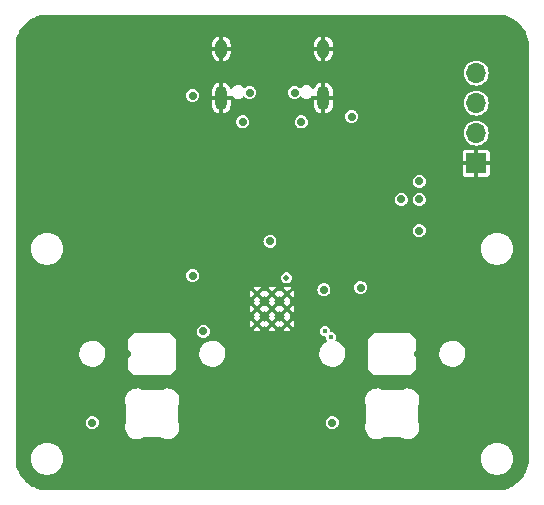
<source format=gbr>
%TF.GenerationSoftware,KiCad,Pcbnew,7.0.1*%
%TF.CreationDate,2023-05-11T20:00:56+01:00*%
%TF.ProjectId,MoonPad,4d6f6f6e-5061-4642-9e6b-696361645f70,rev?*%
%TF.SameCoordinates,Original*%
%TF.FileFunction,Copper,L3,Inr*%
%TF.FilePolarity,Positive*%
%FSLAX46Y46*%
G04 Gerber Fmt 4.6, Leading zero omitted, Abs format (unit mm)*
G04 Created by KiCad (PCBNEW 7.0.1) date 2023-05-11 20:00:56*
%MOMM*%
%LPD*%
G01*
G04 APERTURE LIST*
%TA.AperFunction,ComponentPad*%
%ADD10O,1.000000X2.100000*%
%TD*%
%TA.AperFunction,ComponentPad*%
%ADD11O,1.000000X1.600000*%
%TD*%
%TA.AperFunction,ComponentPad*%
%ADD12C,0.600000*%
%TD*%
%TA.AperFunction,ComponentPad*%
%ADD13R,1.700000X1.700000*%
%TD*%
%TA.AperFunction,ComponentPad*%
%ADD14O,1.700000X1.700000*%
%TD*%
%TA.AperFunction,ViaPad*%
%ADD15C,0.700000*%
%TD*%
%TA.AperFunction,ViaPad*%
%ADD16C,0.500000*%
%TD*%
%TA.AperFunction,ViaPad*%
%ADD17C,0.450000*%
%TD*%
G04 APERTURE END LIST*
D10*
%TO.N,GND*%
%TO.C,J3*%
X182120000Y-83775000D03*
D11*
X182120000Y-79595000D03*
D10*
X173480000Y-83775000D03*
D11*
X173480000Y-79595000D03*
%TD*%
D12*
%TO.N,GND*%
%TO.C,U3*%
X176525000Y-100325000D03*
X176525000Y-101600000D03*
X176525000Y-102875000D03*
X177800000Y-100325000D03*
X177800000Y-101600000D03*
X177800000Y-102875000D03*
X179075000Y-100325000D03*
X179075000Y-101600000D03*
X179075000Y-102875000D03*
%TD*%
D13*
%TO.N,GND*%
%TO.C,J1*%
X195072000Y-89271000D03*
D14*
%TO.N,+3V3*%
X195072000Y-86731000D03*
%TO.N,/OLED_SCL*%
X195072000Y-84191000D03*
%TO.N,/OLED_SDA*%
X195072000Y-81651000D03*
%TD*%
D15*
%TO.N,VBUS*%
X171069000Y-83566000D03*
X175310800Y-85775800D03*
X175895000Y-83312000D03*
X188722000Y-92329000D03*
X182880000Y-111252000D03*
X190246000Y-94995996D03*
X185293001Y-99822001D03*
X171069000Y-98806000D03*
X180263800Y-85775800D03*
X190246000Y-92328997D03*
X184531000Y-85344000D03*
X162560000Y-111252000D03*
X179705000Y-83312000D03*
X190246001Y-90804999D03*
%TO.N,GND*%
X181864000Y-95123000D03*
X184658001Y-91820999D03*
X190246002Y-93979996D03*
X172466000Y-101600000D03*
X183642000Y-107950000D03*
X165481000Y-105410000D03*
X183134000Y-101628000D03*
X176022000Y-88315000D03*
X179070000Y-88315000D03*
X165368000Y-85330000D03*
X190232000Y-83580000D03*
X171196000Y-105283000D03*
X165771102Y-90272001D03*
X162560000Y-110363000D03*
X182245000Y-106807000D03*
X184657999Y-90804999D03*
X180213000Y-110363000D03*
X185674001Y-90804999D03*
X165368000Y-100570000D03*
X176437289Y-106070887D03*
X176403000Y-91948000D03*
X185673999Y-91820999D03*
X165771102Y-93827998D03*
X180848000Y-95123000D03*
X177419000Y-91948000D03*
X174371000Y-91948000D03*
X189260000Y-97947000D03*
X171069000Y-84455000D03*
X172212000Y-96870700D03*
X185293002Y-102362000D03*
X170240000Y-108894135D03*
X188671200Y-103174800D03*
X172240000Y-99921000D03*
X183360000Y-99794000D03*
X170213100Y-97075125D03*
X190560000Y-108894135D03*
X184404000Y-107188000D03*
X179832000Y-95123000D03*
X184531000Y-84455000D03*
X182880000Y-112103903D03*
X175387000Y-91948000D03*
X190119000Y-105410000D03*
X171069000Y-107188000D03*
%TO.N,+1V1*%
X177600000Y-95885000D03*
D16*
X179003371Y-98977451D03*
D15*
%TO.N,ADC_X*%
X182176900Y-99998100D03*
X171958000Y-103505000D03*
D17*
%TO.N,/OLED_SCL*%
X182245000Y-103505000D03*
%TO.N,/OLED_SDA*%
X182753000Y-104002018D03*
%TD*%
%TA.AperFunction,Conductor*%
%TO.N,GND*%
G36*
X196852777Y-76700655D02*
G01*
X197143902Y-76717005D01*
X197154925Y-76718247D01*
X197439661Y-76766625D01*
X197450455Y-76769088D01*
X197727994Y-76849046D01*
X197738465Y-76852710D01*
X197861584Y-76903708D01*
X198005287Y-76963232D01*
X198015289Y-76968049D01*
X198268053Y-77107746D01*
X198277453Y-77113652D01*
X198512992Y-77280777D01*
X198521661Y-77287690D01*
X198737019Y-77480145D01*
X198744854Y-77487980D01*
X198937305Y-77703333D01*
X198944226Y-77712012D01*
X199111346Y-77947545D01*
X199117253Y-77956946D01*
X199256950Y-78209710D01*
X199261767Y-78219712D01*
X199372287Y-78486530D01*
X199375954Y-78497009D01*
X199455907Y-78774529D01*
X199458377Y-78785353D01*
X199506751Y-79070069D01*
X199507994Y-79081101D01*
X199524344Y-79372222D01*
X199524500Y-79377773D01*
X199524500Y-114297227D01*
X199524344Y-114302778D01*
X199507994Y-114593898D01*
X199506751Y-114604930D01*
X199458377Y-114889646D01*
X199455907Y-114900470D01*
X199375954Y-115177990D01*
X199372287Y-115188469D01*
X199261767Y-115455287D01*
X199256950Y-115465289D01*
X199117253Y-115718053D01*
X199111346Y-115727454D01*
X198944226Y-115962987D01*
X198937305Y-115971666D01*
X198744862Y-116187011D01*
X198737011Y-116194862D01*
X198521666Y-116387305D01*
X198512987Y-116394226D01*
X198277454Y-116561346D01*
X198268053Y-116567253D01*
X198015289Y-116706950D01*
X198005287Y-116711767D01*
X197738469Y-116822287D01*
X197727990Y-116825954D01*
X197450470Y-116905907D01*
X197439646Y-116908377D01*
X197154930Y-116956751D01*
X197143898Y-116957994D01*
X196852778Y-116974344D01*
X196847227Y-116974500D01*
X158752773Y-116974500D01*
X158747222Y-116974344D01*
X158456101Y-116957994D01*
X158445069Y-116956751D01*
X158160353Y-116908377D01*
X158149531Y-116905907D01*
X158079936Y-116885857D01*
X157872009Y-116825954D01*
X157861530Y-116822287D01*
X157594712Y-116711767D01*
X157584710Y-116706950D01*
X157331946Y-116567253D01*
X157322545Y-116561346D01*
X157087012Y-116394226D01*
X157078333Y-116387305D01*
X156862980Y-116194854D01*
X156855145Y-116187019D01*
X156662690Y-115971661D01*
X156655777Y-115962992D01*
X156488652Y-115727453D01*
X156482746Y-115718053D01*
X156343049Y-115465289D01*
X156338232Y-115455287D01*
X156227712Y-115188469D01*
X156224045Y-115177990D01*
X156222146Y-115171397D01*
X156144088Y-114900455D01*
X156141625Y-114889661D01*
X156093247Y-114604925D01*
X156092005Y-114593898D01*
X156085640Y-114480566D01*
X156075655Y-114302777D01*
X156075577Y-114300000D01*
X157394340Y-114300000D01*
X157414936Y-114535405D01*
X157476098Y-114763667D01*
X157575963Y-114977826D01*
X157575964Y-114977827D01*
X157575965Y-114977829D01*
X157711505Y-115171401D01*
X157878599Y-115338495D01*
X158072171Y-115474035D01*
X158072172Y-115474035D01*
X158072173Y-115474036D01*
X158286332Y-115573901D01*
X158286333Y-115573901D01*
X158286337Y-115573903D01*
X158514592Y-115635063D01*
X158585168Y-115641237D01*
X158691031Y-115650500D01*
X158691034Y-115650500D01*
X158808966Y-115650500D01*
X158808969Y-115650500D01*
X158897186Y-115642781D01*
X158985408Y-115635063D01*
X159213663Y-115573903D01*
X159427829Y-115474035D01*
X159621401Y-115338495D01*
X159788495Y-115171401D01*
X159924035Y-114977830D01*
X160023903Y-114763663D01*
X160085063Y-114535408D01*
X160105659Y-114300000D01*
X195494340Y-114300000D01*
X195514936Y-114535405D01*
X195576098Y-114763667D01*
X195675963Y-114977826D01*
X195675964Y-114977827D01*
X195675965Y-114977829D01*
X195811505Y-115171401D01*
X195978599Y-115338495D01*
X196172171Y-115474035D01*
X196172172Y-115474035D01*
X196172173Y-115474036D01*
X196386332Y-115573901D01*
X196386333Y-115573901D01*
X196386337Y-115573903D01*
X196614592Y-115635063D01*
X196685168Y-115641237D01*
X196791031Y-115650500D01*
X196791034Y-115650500D01*
X196908966Y-115650500D01*
X196908969Y-115650500D01*
X196997186Y-115642781D01*
X197085408Y-115635063D01*
X197313663Y-115573903D01*
X197527829Y-115474035D01*
X197721401Y-115338495D01*
X197888495Y-115171401D01*
X198024035Y-114977830D01*
X198123903Y-114763663D01*
X198185063Y-114535408D01*
X198205659Y-114300000D01*
X198185063Y-114064592D01*
X198123903Y-113836337D01*
X198024035Y-113622171D01*
X197888495Y-113428599D01*
X197721401Y-113261505D01*
X197527829Y-113125965D01*
X197527828Y-113125964D01*
X197527826Y-113125963D01*
X197313667Y-113026098D01*
X197085405Y-112964936D01*
X196908969Y-112949500D01*
X196908966Y-112949500D01*
X196791034Y-112949500D01*
X196791031Y-112949500D01*
X196614594Y-112964936D01*
X196386332Y-113026098D01*
X196172173Y-113125963D01*
X195978602Y-113261502D01*
X195811502Y-113428602D01*
X195675963Y-113622172D01*
X195576098Y-113836332D01*
X195514936Y-114064594D01*
X195494340Y-114300000D01*
X160105659Y-114300000D01*
X160085063Y-114064592D01*
X160023903Y-113836337D01*
X159924035Y-113622171D01*
X159788495Y-113428599D01*
X159621401Y-113261505D01*
X159427829Y-113125965D01*
X159427828Y-113125964D01*
X159427826Y-113125963D01*
X159213667Y-113026098D01*
X158985405Y-112964936D01*
X158808969Y-112949500D01*
X158808966Y-112949500D01*
X158691034Y-112949500D01*
X158691031Y-112949500D01*
X158514594Y-112964936D01*
X158286332Y-113026098D01*
X158072173Y-113125963D01*
X157878602Y-113261502D01*
X157711502Y-113428602D01*
X157575963Y-113622172D01*
X157476098Y-113836332D01*
X157414936Y-114064594D01*
X157394340Y-114300000D01*
X156075577Y-114300000D01*
X156075500Y-114297227D01*
X156075500Y-111251999D01*
X162004750Y-111251999D01*
X162023669Y-111395709D01*
X162046598Y-111451064D01*
X162079139Y-111529625D01*
X162101922Y-111559316D01*
X162167378Y-111644621D01*
X162217306Y-111682932D01*
X162282375Y-111732861D01*
X162377067Y-111772083D01*
X162416290Y-111788330D01*
X162433008Y-111790531D01*
X162560000Y-111807250D01*
X162703709Y-111788330D01*
X162837625Y-111732861D01*
X162952621Y-111644621D01*
X162961534Y-111633006D01*
X165336463Y-111633006D01*
X165354219Y-111814742D01*
X165404579Y-111990263D01*
X165485883Y-112153771D01*
X165595438Y-112299856D01*
X165729626Y-112423693D01*
X165729628Y-112423694D01*
X165729630Y-112423696D01*
X165884023Y-112521198D01*
X166053515Y-112589142D01*
X166232506Y-112625281D01*
X166354223Y-112627374D01*
X166415081Y-112628422D01*
X166415081Y-112628421D01*
X166415082Y-112628422D01*
X166595210Y-112598460D01*
X166766938Y-112536386D01*
X166774771Y-112531820D01*
X166777289Y-112530354D01*
X166777921Y-112530089D01*
X166822535Y-112504023D01*
X166872486Y-112490502D01*
X166911392Y-112490506D01*
X166911395Y-112490504D01*
X166924449Y-112490506D01*
X166924511Y-112490499D01*
X168355329Y-112490499D01*
X168355381Y-112490505D01*
X168368604Y-112490503D01*
X168368608Y-112490505D01*
X168407512Y-112490501D01*
X168457459Y-112504019D01*
X168491130Y-112523691D01*
X168491132Y-112523691D01*
X168501944Y-112530008D01*
X168502842Y-112530384D01*
X168513079Y-112536350D01*
X168684799Y-112598420D01*
X168864921Y-112628381D01*
X169047489Y-112625240D01*
X169226473Y-112589103D01*
X169395958Y-112521162D01*
X169550345Y-112423664D01*
X169684531Y-112299828D01*
X169794083Y-112153748D01*
X169875382Y-111990250D01*
X169925741Y-111814736D01*
X169943496Y-111633006D01*
X169928060Y-111451064D01*
X169879944Y-111274922D01*
X169874733Y-111264065D01*
X169874493Y-111263330D01*
X169869037Y-111251999D01*
X182324750Y-111251999D01*
X182343669Y-111395709D01*
X182366598Y-111451064D01*
X182399139Y-111529625D01*
X182421922Y-111559316D01*
X182487378Y-111644621D01*
X182537306Y-111682932D01*
X182602375Y-111732861D01*
X182697067Y-111772083D01*
X182736290Y-111788330D01*
X182753008Y-111790531D01*
X182880000Y-111807250D01*
X183023709Y-111788330D01*
X183157625Y-111732861D01*
X183272621Y-111644621D01*
X183281534Y-111633006D01*
X185656463Y-111633006D01*
X185674219Y-111814742D01*
X185724579Y-111990263D01*
X185805883Y-112153771D01*
X185915438Y-112299856D01*
X186049626Y-112423693D01*
X186049628Y-112423694D01*
X186049630Y-112423696D01*
X186204023Y-112521198D01*
X186373515Y-112589142D01*
X186552506Y-112625281D01*
X186674223Y-112627374D01*
X186735081Y-112628422D01*
X186735081Y-112628421D01*
X186735082Y-112628422D01*
X186915210Y-112598460D01*
X187086938Y-112536386D01*
X187094771Y-112531820D01*
X187097289Y-112530354D01*
X187097921Y-112530089D01*
X187142535Y-112504023D01*
X187192486Y-112490502D01*
X187231392Y-112490506D01*
X187231395Y-112490504D01*
X187244449Y-112490506D01*
X187244511Y-112490499D01*
X188675329Y-112490499D01*
X188675381Y-112490505D01*
X188688604Y-112490503D01*
X188688608Y-112490505D01*
X188727512Y-112490501D01*
X188777459Y-112504019D01*
X188811130Y-112523691D01*
X188811132Y-112523691D01*
X188821944Y-112530008D01*
X188822842Y-112530384D01*
X188833079Y-112536350D01*
X189004799Y-112598420D01*
X189184921Y-112628381D01*
X189367489Y-112625240D01*
X189546473Y-112589103D01*
X189715958Y-112521162D01*
X189870345Y-112423664D01*
X190004531Y-112299828D01*
X190114083Y-112153748D01*
X190195382Y-111990250D01*
X190245741Y-111814736D01*
X190263496Y-111633006D01*
X190248060Y-111451064D01*
X190199944Y-111274922D01*
X190194733Y-111264065D01*
X190194493Y-111263330D01*
X190170300Y-111213083D01*
X190160499Y-111170134D01*
X190160499Y-109809890D01*
X190170244Y-109767059D01*
X190174106Y-109759011D01*
X190174143Y-109759029D01*
X190174163Y-109758890D01*
X190189019Y-109728040D01*
X190189019Y-109728037D01*
X190194556Y-109716540D01*
X190194704Y-109716089D01*
X190196519Y-109712307D01*
X190199981Y-109705094D01*
X190248100Y-109528945D01*
X190263537Y-109346996D01*
X190245781Y-109165258D01*
X190195421Y-108989737D01*
X190114119Y-108826232D01*
X190114117Y-108826229D01*
X190004561Y-108680143D01*
X189870370Y-108556304D01*
X189715982Y-108458804D01*
X189715979Y-108458803D01*
X189715978Y-108458802D01*
X189602983Y-108413506D01*
X189546484Y-108390857D01*
X189367492Y-108354718D01*
X189184919Y-108351577D01*
X189004789Y-108381539D01*
X188833061Y-108443613D01*
X188822514Y-108449759D01*
X188821887Y-108450023D01*
X188777461Y-108475978D01*
X188727514Y-108489496D01*
X188688967Y-108489493D01*
X188688607Y-108489493D01*
X188675550Y-108489492D01*
X188675489Y-108489500D01*
X187192493Y-108489500D01*
X187142538Y-108475972D01*
X187098286Y-108450108D01*
X187097272Y-108449683D01*
X187086920Y-108443650D01*
X186915201Y-108381579D01*
X186735079Y-108351618D01*
X186552514Y-108354759D01*
X186373528Y-108390896D01*
X186204038Y-108458838D01*
X186049659Y-108556333D01*
X185915467Y-108680172D01*
X185805918Y-108826249D01*
X185724617Y-108989749D01*
X185683439Y-109133267D01*
X185674259Y-109165264D01*
X185656504Y-109346994D01*
X185657325Y-109356675D01*
X185671940Y-109528937D01*
X185681509Y-109563965D01*
X185720056Y-109705078D01*
X185725340Y-109716089D01*
X185725357Y-109716123D01*
X185725649Y-109717013D01*
X185743430Y-109753918D01*
X185745824Y-109758887D01*
X185749681Y-109766891D01*
X185759493Y-109809892D01*
X185759476Y-109865874D01*
X185759501Y-109866064D01*
X185759501Y-111170109D01*
X185749753Y-111212946D01*
X185746029Y-111220705D01*
X185745977Y-111220814D01*
X185725590Y-111263157D01*
X185725443Y-111263600D01*
X185720018Y-111274904D01*
X185671900Y-111451054D01*
X185656463Y-111633006D01*
X183281534Y-111633006D01*
X183360861Y-111529625D01*
X183416330Y-111395709D01*
X183435250Y-111252000D01*
X183416330Y-111108291D01*
X183360861Y-110974375D01*
X183310932Y-110909306D01*
X183272621Y-110859378D01*
X183207552Y-110809450D01*
X183157625Y-110771139D01*
X183118401Y-110754892D01*
X183023709Y-110715669D01*
X182880000Y-110696750D01*
X182736290Y-110715669D01*
X182602375Y-110771139D01*
X182487378Y-110859378D01*
X182399139Y-110974375D01*
X182343669Y-111108290D01*
X182324750Y-111251999D01*
X169869037Y-111251999D01*
X169850300Y-111213083D01*
X169840499Y-111170134D01*
X169840499Y-109809890D01*
X169850244Y-109767059D01*
X169854106Y-109759011D01*
X169854143Y-109759029D01*
X169854163Y-109758890D01*
X169869019Y-109728040D01*
X169869019Y-109728037D01*
X169874556Y-109716540D01*
X169874704Y-109716089D01*
X169876519Y-109712307D01*
X169879981Y-109705094D01*
X169928100Y-109528945D01*
X169943537Y-109346996D01*
X169925781Y-109165258D01*
X169875421Y-108989737D01*
X169794119Y-108826232D01*
X169794117Y-108826229D01*
X169684561Y-108680143D01*
X169550370Y-108556304D01*
X169395982Y-108458804D01*
X169395979Y-108458803D01*
X169395978Y-108458802D01*
X169282983Y-108413506D01*
X169226484Y-108390857D01*
X169047492Y-108354718D01*
X168864919Y-108351577D01*
X168684789Y-108381539D01*
X168513061Y-108443613D01*
X168502514Y-108449759D01*
X168501887Y-108450023D01*
X168457461Y-108475978D01*
X168407514Y-108489496D01*
X168368967Y-108489493D01*
X168368607Y-108489493D01*
X168355550Y-108489492D01*
X168355489Y-108489500D01*
X166872493Y-108489500D01*
X166822538Y-108475972D01*
X166778286Y-108450108D01*
X166777272Y-108449683D01*
X166766920Y-108443650D01*
X166595201Y-108381579D01*
X166415079Y-108351618D01*
X166232514Y-108354759D01*
X166053528Y-108390896D01*
X165884038Y-108458838D01*
X165729659Y-108556333D01*
X165595467Y-108680172D01*
X165485918Y-108826249D01*
X165404617Y-108989749D01*
X165363439Y-109133267D01*
X165354259Y-109165264D01*
X165336504Y-109346994D01*
X165337325Y-109356675D01*
X165351940Y-109528937D01*
X165361509Y-109563965D01*
X165400056Y-109705078D01*
X165405340Y-109716089D01*
X165405357Y-109716123D01*
X165405649Y-109717013D01*
X165423430Y-109753918D01*
X165425824Y-109758887D01*
X165429681Y-109766891D01*
X165439493Y-109809892D01*
X165439476Y-109865874D01*
X165439501Y-109866064D01*
X165439501Y-111170109D01*
X165429753Y-111212946D01*
X165426029Y-111220705D01*
X165425977Y-111220814D01*
X165405590Y-111263157D01*
X165405443Y-111263600D01*
X165400018Y-111274904D01*
X165351900Y-111451054D01*
X165336463Y-111633006D01*
X162961534Y-111633006D01*
X163040861Y-111529625D01*
X163096330Y-111395709D01*
X163115250Y-111252000D01*
X163096330Y-111108291D01*
X163040861Y-110974375D01*
X162990932Y-110909306D01*
X162952621Y-110859378D01*
X162887552Y-110809450D01*
X162837625Y-110771139D01*
X162798401Y-110754892D01*
X162703709Y-110715669D01*
X162560000Y-110696750D01*
X162416290Y-110715669D01*
X162282375Y-110771139D01*
X162167378Y-110859378D01*
X162079139Y-110974375D01*
X162023669Y-111108290D01*
X162004750Y-111251999D01*
X156075500Y-111251999D01*
X156075500Y-106680000D01*
X165608000Y-106680000D01*
X166116000Y-107188000D01*
X169163999Y-107188000D01*
X169164000Y-107188000D01*
X169672000Y-106680000D01*
X185928000Y-106680000D01*
X186436000Y-107188000D01*
X189483999Y-107188000D01*
X189484000Y-107188000D01*
X189992000Y-106680000D01*
X189992000Y-105357395D01*
X191935745Y-105357395D01*
X191945746Y-105567332D01*
X191995294Y-105771574D01*
X192082604Y-105962754D01*
X192204510Y-106133948D01*
X192356622Y-106278986D01*
X192533431Y-106392615D01*
X192728539Y-106470724D01*
X192728541Y-106470724D01*
X192728543Y-106470725D01*
X192934915Y-106510500D01*
X193092422Y-106510500D01*
X193092425Y-106510500D01*
X193249218Y-106495528D01*
X193450875Y-106436316D01*
X193637682Y-106340011D01*
X193802886Y-106210092D01*
X193940519Y-106051256D01*
X194045604Y-105869244D01*
X194114344Y-105670633D01*
X194144254Y-105462602D01*
X194134254Y-105252670D01*
X194109193Y-105149367D01*
X194084705Y-105048425D01*
X193997395Y-104857245D01*
X193875489Y-104686051D01*
X193723377Y-104541013D01*
X193546568Y-104427384D01*
X193351460Y-104349275D01*
X193196678Y-104319443D01*
X193145085Y-104309500D01*
X192987575Y-104309500D01*
X192893499Y-104318483D01*
X192830780Y-104324472D01*
X192629124Y-104383683D01*
X192442317Y-104479989D01*
X192277112Y-104609908D01*
X192139483Y-104768740D01*
X192034395Y-104950758D01*
X191965655Y-105149369D01*
X191935745Y-105357395D01*
X189992000Y-105357395D01*
X189992000Y-104140000D01*
X189484000Y-103632000D01*
X186436000Y-103632000D01*
X185928000Y-104140000D01*
X185928000Y-106680000D01*
X169672000Y-106680000D01*
X169672000Y-105357395D01*
X171615745Y-105357395D01*
X171625746Y-105567332D01*
X171675294Y-105771574D01*
X171762604Y-105962754D01*
X171884510Y-106133948D01*
X172036622Y-106278986D01*
X172213431Y-106392615D01*
X172408539Y-106470724D01*
X172408541Y-106470724D01*
X172408543Y-106470725D01*
X172614915Y-106510500D01*
X172772422Y-106510500D01*
X172772425Y-106510500D01*
X172929218Y-106495528D01*
X173130875Y-106436316D01*
X173317682Y-106340011D01*
X173482886Y-106210092D01*
X173620519Y-106051256D01*
X173725604Y-105869244D01*
X173794344Y-105670633D01*
X173824254Y-105462602D01*
X173819243Y-105357395D01*
X181775745Y-105357395D01*
X181785746Y-105567332D01*
X181835294Y-105771574D01*
X181922604Y-105962754D01*
X182044510Y-106133948D01*
X182196622Y-106278986D01*
X182373431Y-106392615D01*
X182568539Y-106470724D01*
X182568541Y-106470724D01*
X182568543Y-106470725D01*
X182774915Y-106510500D01*
X182932422Y-106510500D01*
X182932425Y-106510500D01*
X183089218Y-106495528D01*
X183290875Y-106436316D01*
X183477682Y-106340011D01*
X183642886Y-106210092D01*
X183780519Y-106051256D01*
X183885604Y-105869244D01*
X183954344Y-105670633D01*
X183984254Y-105462602D01*
X183974254Y-105252670D01*
X183949193Y-105149367D01*
X183924705Y-105048425D01*
X183837395Y-104857245D01*
X183715489Y-104686051D01*
X183563377Y-104541013D01*
X183386569Y-104427385D01*
X183182681Y-104345761D01*
X183183525Y-104343650D01*
X183142345Y-104321201D01*
X183115944Y-104267171D01*
X183125683Y-104207831D01*
X183160244Y-104140001D01*
X183162719Y-104135144D01*
X183183804Y-104002018D01*
X183162719Y-103868892D01*
X183101528Y-103748798D01*
X183006220Y-103653490D01*
X182886126Y-103592299D01*
X182886125Y-103592298D01*
X182886124Y-103592298D01*
X182755616Y-103571628D01*
X182717183Y-103556875D01*
X182688074Y-103527766D01*
X182673323Y-103489335D01*
X182654719Y-103371874D01*
X182593528Y-103251780D01*
X182498220Y-103156472D01*
X182378126Y-103095281D01*
X182378125Y-103095280D01*
X182378124Y-103095280D01*
X182245000Y-103074195D01*
X182111875Y-103095280D01*
X181991781Y-103156471D01*
X181896471Y-103251781D01*
X181835280Y-103371875D01*
X181814195Y-103504999D01*
X181835280Y-103638124D01*
X181835280Y-103638125D01*
X181835281Y-103638126D01*
X181896472Y-103758220D01*
X181991780Y-103853528D01*
X182111874Y-103914719D01*
X182242385Y-103935389D01*
X182280815Y-103950141D01*
X182309924Y-103979251D01*
X182324677Y-104017683D01*
X182343280Y-104135142D01*
X182343280Y-104135143D01*
X182343281Y-104135144D01*
X182404472Y-104255238D01*
X182415348Y-104266114D01*
X182443099Y-104320474D01*
X182433695Y-104380781D01*
X182390707Y-104424111D01*
X182282317Y-104479989D01*
X182117112Y-104609908D01*
X181979483Y-104768740D01*
X181874395Y-104950758D01*
X181805655Y-105149369D01*
X181775745Y-105357395D01*
X173819243Y-105357395D01*
X173814254Y-105252670D01*
X173789193Y-105149367D01*
X173764705Y-105048425D01*
X173677395Y-104857245D01*
X173555489Y-104686051D01*
X173403377Y-104541013D01*
X173226568Y-104427384D01*
X173031460Y-104349275D01*
X172876678Y-104319443D01*
X172825085Y-104309500D01*
X172667575Y-104309500D01*
X172573499Y-104318483D01*
X172510780Y-104324472D01*
X172309124Y-104383683D01*
X172122317Y-104479989D01*
X171957112Y-104609908D01*
X171819483Y-104768740D01*
X171714395Y-104950758D01*
X171645655Y-105149369D01*
X171615745Y-105357395D01*
X169672000Y-105357395D01*
X169672000Y-104140000D01*
X169164000Y-103632000D01*
X166116000Y-103632000D01*
X165608000Y-104140000D01*
X165608000Y-106680000D01*
X156075500Y-106680000D01*
X156075500Y-105357395D01*
X161455745Y-105357395D01*
X161465746Y-105567332D01*
X161515294Y-105771574D01*
X161602604Y-105962754D01*
X161724510Y-106133948D01*
X161876622Y-106278986D01*
X162053431Y-106392615D01*
X162248539Y-106470724D01*
X162248541Y-106470724D01*
X162248543Y-106470725D01*
X162454915Y-106510500D01*
X162612422Y-106510500D01*
X162612425Y-106510500D01*
X162769218Y-106495528D01*
X162970875Y-106436316D01*
X163157682Y-106340011D01*
X163322886Y-106210092D01*
X163460519Y-106051256D01*
X163565604Y-105869244D01*
X163634344Y-105670633D01*
X163664254Y-105462602D01*
X163654254Y-105252670D01*
X163629193Y-105149367D01*
X163604705Y-105048425D01*
X163517395Y-104857245D01*
X163395489Y-104686051D01*
X163243377Y-104541013D01*
X163066568Y-104427384D01*
X162871460Y-104349275D01*
X162716678Y-104319443D01*
X162665085Y-104309500D01*
X162507575Y-104309500D01*
X162413499Y-104318483D01*
X162350780Y-104324472D01*
X162149124Y-104383683D01*
X161962317Y-104479989D01*
X161797112Y-104609908D01*
X161659483Y-104768740D01*
X161554395Y-104950758D01*
X161485655Y-105149369D01*
X161455745Y-105357395D01*
X156075500Y-105357395D01*
X156075500Y-103505000D01*
X171402750Y-103505000D01*
X171421669Y-103648709D01*
X171460892Y-103743401D01*
X171477139Y-103782625D01*
X171515450Y-103832552D01*
X171565378Y-103897621D01*
X171587661Y-103914719D01*
X171680375Y-103985861D01*
X171775067Y-104025083D01*
X171814290Y-104041330D01*
X171831008Y-104043531D01*
X171958000Y-104060250D01*
X172101709Y-104041330D01*
X172235625Y-103985861D01*
X172350621Y-103897621D01*
X172438861Y-103782625D01*
X172494330Y-103648709D01*
X172513250Y-103505000D01*
X172498772Y-103395027D01*
X176217103Y-103395027D01*
X176217104Y-103395028D01*
X176222409Y-103399098D01*
X176368367Y-103459556D01*
X176525000Y-103480176D01*
X176681632Y-103459556D01*
X176827589Y-103399099D01*
X176832894Y-103395027D01*
X177492103Y-103395027D01*
X177492104Y-103395028D01*
X177497409Y-103399098D01*
X177643367Y-103459556D01*
X177800000Y-103480176D01*
X177956632Y-103459556D01*
X178102589Y-103399099D01*
X178107894Y-103395027D01*
X178767103Y-103395027D01*
X178767104Y-103395028D01*
X178772409Y-103399098D01*
X178918367Y-103459556D01*
X179075000Y-103480176D01*
X179231632Y-103459556D01*
X179377589Y-103399099D01*
X179382894Y-103395027D01*
X179074999Y-103087132D01*
X178767103Y-103395027D01*
X178107894Y-103395027D01*
X177799999Y-103087132D01*
X177492103Y-103395027D01*
X176832894Y-103395027D01*
X176524999Y-103087132D01*
X176217103Y-103395027D01*
X172498772Y-103395027D01*
X172494330Y-103361291D01*
X172438861Y-103227375D01*
X172384454Y-103156471D01*
X172350621Y-103112378D01*
X172285552Y-103062450D01*
X172235625Y-103024139D01*
X172196401Y-103007892D01*
X172101709Y-102968669D01*
X171958000Y-102949750D01*
X171814290Y-102968669D01*
X171680375Y-103024139D01*
X171565378Y-103112378D01*
X171477139Y-103227375D01*
X171421669Y-103361290D01*
X171402750Y-103505000D01*
X156075500Y-103505000D01*
X156075500Y-102874999D01*
X175919823Y-102874999D01*
X175940443Y-103031632D01*
X176000901Y-103177589D01*
X176004971Y-103182895D01*
X176004972Y-103182895D01*
X176312867Y-102875000D01*
X176312866Y-102874999D01*
X176737132Y-102874999D01*
X177045027Y-103182894D01*
X177049099Y-103177589D01*
X177071036Y-103124628D01*
X177107498Y-103080198D01*
X177162500Y-103063513D01*
X177217502Y-103080198D01*
X177253964Y-103124628D01*
X177275901Y-103177589D01*
X177279971Y-103182895D01*
X177279972Y-103182895D01*
X177587867Y-102875000D01*
X177587866Y-102874999D01*
X178012132Y-102874999D01*
X178320027Y-103182894D01*
X178324099Y-103177589D01*
X178346036Y-103124628D01*
X178382498Y-103080198D01*
X178437500Y-103063513D01*
X178492502Y-103080198D01*
X178528964Y-103124628D01*
X178550901Y-103177589D01*
X178554971Y-103182895D01*
X178554972Y-103182895D01*
X178862867Y-102875000D01*
X178862866Y-102874999D01*
X179287132Y-102874999D01*
X179595027Y-103182894D01*
X179599099Y-103177589D01*
X179659556Y-103031632D01*
X179680176Y-102874999D01*
X179659556Y-102718367D01*
X179599099Y-102572412D01*
X179595025Y-102567105D01*
X179287132Y-102874999D01*
X178862866Y-102874999D01*
X178554972Y-102567105D01*
X178554971Y-102567105D01*
X178550901Y-102572409D01*
X178528964Y-102625372D01*
X178492501Y-102669802D01*
X178437500Y-102686486D01*
X178382499Y-102669801D01*
X178346036Y-102625372D01*
X178324099Y-102572411D01*
X178320025Y-102567105D01*
X178012132Y-102874999D01*
X177587866Y-102874999D01*
X177279972Y-102567105D01*
X177279971Y-102567105D01*
X177275901Y-102572409D01*
X177253964Y-102625372D01*
X177217501Y-102669802D01*
X177162500Y-102686486D01*
X177107499Y-102669801D01*
X177071036Y-102625372D01*
X177049099Y-102572411D01*
X177045025Y-102567105D01*
X176737132Y-102874999D01*
X176312866Y-102874999D01*
X176004972Y-102567105D01*
X176004971Y-102567105D01*
X176000901Y-102572410D01*
X175940443Y-102718367D01*
X175919823Y-102874999D01*
X156075500Y-102874999D01*
X156075500Y-102120027D01*
X176217103Y-102120027D01*
X176217104Y-102120028D01*
X176222409Y-102124098D01*
X176275371Y-102146036D01*
X176319801Y-102182498D01*
X176336486Y-102237500D01*
X176319802Y-102292501D01*
X176275372Y-102328964D01*
X176222409Y-102350901D01*
X176217105Y-102354971D01*
X176217105Y-102354972D01*
X176525000Y-102662867D01*
X176832895Y-102354972D01*
X176832895Y-102354971D01*
X176827589Y-102350901D01*
X176774628Y-102328964D01*
X176730198Y-102292502D01*
X176713513Y-102237500D01*
X176730198Y-102182498D01*
X176774628Y-102146036D01*
X176827589Y-102124099D01*
X176832894Y-102120027D01*
X177492103Y-102120027D01*
X177492104Y-102120028D01*
X177497409Y-102124098D01*
X177550371Y-102146036D01*
X177594801Y-102182498D01*
X177611486Y-102237500D01*
X177594802Y-102292501D01*
X177550372Y-102328964D01*
X177497409Y-102350901D01*
X177492105Y-102354971D01*
X177492105Y-102354972D01*
X177800000Y-102662867D01*
X178107895Y-102354972D01*
X178107895Y-102354971D01*
X178102589Y-102350901D01*
X178049628Y-102328964D01*
X178005198Y-102292502D01*
X177988513Y-102237500D01*
X178005198Y-102182498D01*
X178049628Y-102146036D01*
X178102589Y-102124099D01*
X178107894Y-102120027D01*
X178767103Y-102120027D01*
X178767104Y-102120028D01*
X178772409Y-102124098D01*
X178825371Y-102146036D01*
X178869801Y-102182498D01*
X178886486Y-102237500D01*
X178869802Y-102292501D01*
X178825372Y-102328964D01*
X178772409Y-102350901D01*
X178767105Y-102354971D01*
X178767105Y-102354972D01*
X179075000Y-102662867D01*
X179382895Y-102354972D01*
X179382895Y-102354971D01*
X179377589Y-102350901D01*
X179324628Y-102328964D01*
X179280198Y-102292502D01*
X179263513Y-102237500D01*
X179280198Y-102182498D01*
X179324628Y-102146036D01*
X179377589Y-102124099D01*
X179382894Y-102120027D01*
X179074999Y-101812132D01*
X178767103Y-102120027D01*
X178107894Y-102120027D01*
X177799999Y-101812132D01*
X177492103Y-102120027D01*
X176832894Y-102120027D01*
X176524999Y-101812132D01*
X176217103Y-102120027D01*
X156075500Y-102120027D01*
X156075500Y-101600000D01*
X175919823Y-101600000D01*
X175940443Y-101756632D01*
X176000901Y-101902589D01*
X176004971Y-101907895D01*
X176312867Y-101600000D01*
X176312866Y-101599999D01*
X176737132Y-101599999D01*
X177045027Y-101907894D01*
X177049099Y-101902589D01*
X177071036Y-101849628D01*
X177107498Y-101805198D01*
X177162500Y-101788513D01*
X177217502Y-101805198D01*
X177253964Y-101849628D01*
X177275901Y-101902589D01*
X177279971Y-101907895D01*
X177587867Y-101600000D01*
X177587866Y-101599999D01*
X178012132Y-101599999D01*
X178320027Y-101907894D01*
X178324099Y-101902589D01*
X178346036Y-101849628D01*
X178382498Y-101805198D01*
X178437500Y-101788513D01*
X178492502Y-101805198D01*
X178528964Y-101849628D01*
X178550901Y-101902589D01*
X178554971Y-101907895D01*
X178862867Y-101600000D01*
X178862866Y-101599999D01*
X179287132Y-101599999D01*
X179595027Y-101907894D01*
X179599099Y-101902589D01*
X179659556Y-101756632D01*
X179680176Y-101600000D01*
X179659556Y-101443367D01*
X179599099Y-101297412D01*
X179595025Y-101292105D01*
X179287132Y-101599999D01*
X178862866Y-101599999D01*
X178554972Y-101292105D01*
X178554971Y-101292105D01*
X178550901Y-101297409D01*
X178528964Y-101350372D01*
X178492501Y-101394802D01*
X178437500Y-101411486D01*
X178382499Y-101394801D01*
X178346036Y-101350372D01*
X178324099Y-101297411D01*
X178320025Y-101292105D01*
X178012132Y-101599999D01*
X177587866Y-101599999D01*
X177279972Y-101292105D01*
X177279971Y-101292105D01*
X177275901Y-101297409D01*
X177253964Y-101350372D01*
X177217501Y-101394802D01*
X177162500Y-101411486D01*
X177107499Y-101394801D01*
X177071036Y-101350372D01*
X177049099Y-101297411D01*
X177045025Y-101292105D01*
X176737132Y-101599999D01*
X176312866Y-101599999D01*
X176004972Y-101292105D01*
X176004971Y-101292105D01*
X176000901Y-101297410D01*
X175940443Y-101443367D01*
X175919823Y-101600000D01*
X156075500Y-101600000D01*
X156075500Y-100845027D01*
X176217103Y-100845027D01*
X176217104Y-100845028D01*
X176222409Y-100849098D01*
X176275371Y-100871036D01*
X176319801Y-100907498D01*
X176336486Y-100962500D01*
X176319802Y-101017501D01*
X176275372Y-101053964D01*
X176222409Y-101075901D01*
X176217105Y-101079971D01*
X176525000Y-101387867D01*
X176832895Y-101079972D01*
X176832895Y-101079971D01*
X176827589Y-101075901D01*
X176774628Y-101053964D01*
X176730198Y-101017502D01*
X176713513Y-100962500D01*
X176730198Y-100907498D01*
X176774628Y-100871036D01*
X176827589Y-100849099D01*
X176832894Y-100845027D01*
X177492103Y-100845027D01*
X177492104Y-100845028D01*
X177497409Y-100849098D01*
X177550371Y-100871036D01*
X177594801Y-100907498D01*
X177611486Y-100962500D01*
X177594802Y-101017501D01*
X177550372Y-101053964D01*
X177497409Y-101075901D01*
X177492105Y-101079971D01*
X177800000Y-101387867D01*
X178107895Y-101079972D01*
X178107895Y-101079971D01*
X178102589Y-101075901D01*
X178049628Y-101053964D01*
X178005198Y-101017502D01*
X177988513Y-100962500D01*
X178005198Y-100907498D01*
X178049628Y-100871036D01*
X178102589Y-100849099D01*
X178107894Y-100845027D01*
X178767103Y-100845027D01*
X178767104Y-100845028D01*
X178772409Y-100849098D01*
X178825371Y-100871036D01*
X178869801Y-100907498D01*
X178886486Y-100962500D01*
X178869802Y-101017501D01*
X178825372Y-101053964D01*
X178772409Y-101075901D01*
X178767105Y-101079971D01*
X179075000Y-101387867D01*
X179382895Y-101079972D01*
X179382895Y-101079971D01*
X179377589Y-101075901D01*
X179324628Y-101053964D01*
X179280198Y-101017502D01*
X179263513Y-100962500D01*
X179280198Y-100907498D01*
X179324628Y-100871036D01*
X179377589Y-100849099D01*
X179382894Y-100845027D01*
X179074999Y-100537132D01*
X178767103Y-100845027D01*
X178107894Y-100845027D01*
X177799999Y-100537132D01*
X177492103Y-100845027D01*
X176832894Y-100845027D01*
X176524999Y-100537132D01*
X176217103Y-100845027D01*
X156075500Y-100845027D01*
X156075500Y-100325000D01*
X175919823Y-100325000D01*
X175940443Y-100481632D01*
X176000901Y-100627589D01*
X176004971Y-100632895D01*
X176312867Y-100325000D01*
X176312866Y-100324999D01*
X176737132Y-100324999D01*
X177045027Y-100632894D01*
X177049099Y-100627589D01*
X177071036Y-100574628D01*
X177107498Y-100530198D01*
X177162500Y-100513513D01*
X177217502Y-100530198D01*
X177253964Y-100574628D01*
X177275901Y-100627589D01*
X177279971Y-100632895D01*
X177587867Y-100325000D01*
X177587866Y-100324999D01*
X178012132Y-100324999D01*
X178320027Y-100632894D01*
X178324099Y-100627589D01*
X178346036Y-100574628D01*
X178382498Y-100530198D01*
X178437500Y-100513513D01*
X178492502Y-100530198D01*
X178528964Y-100574628D01*
X178550901Y-100627589D01*
X178554971Y-100632895D01*
X178862867Y-100325000D01*
X178862866Y-100324999D01*
X179287132Y-100324999D01*
X179595027Y-100632894D01*
X179599099Y-100627589D01*
X179659556Y-100481632D01*
X179680176Y-100325000D01*
X179659556Y-100168367D01*
X179599099Y-100022412D01*
X179595025Y-100017105D01*
X179287132Y-100324999D01*
X178862866Y-100324999D01*
X178554972Y-100017105D01*
X178554971Y-100017105D01*
X178550901Y-100022409D01*
X178528964Y-100075372D01*
X178492501Y-100119802D01*
X178437500Y-100136486D01*
X178382499Y-100119801D01*
X178346036Y-100075372D01*
X178324099Y-100022411D01*
X178320025Y-100017105D01*
X178012132Y-100324999D01*
X177587866Y-100324999D01*
X177279972Y-100017105D01*
X177279971Y-100017105D01*
X177275901Y-100022409D01*
X177253964Y-100075372D01*
X177217501Y-100119802D01*
X177162500Y-100136486D01*
X177107499Y-100119801D01*
X177071036Y-100075372D01*
X177049099Y-100022411D01*
X177045025Y-100017105D01*
X176737132Y-100324999D01*
X176312866Y-100324999D01*
X176004972Y-100017105D01*
X176004971Y-100017105D01*
X176000901Y-100022410D01*
X175940443Y-100168367D01*
X175919823Y-100325000D01*
X156075500Y-100325000D01*
X156075500Y-99804972D01*
X176217105Y-99804972D01*
X176525000Y-100112867D01*
X176832895Y-99804972D01*
X177492105Y-99804972D01*
X177800000Y-100112867D01*
X178107895Y-99804972D01*
X178767105Y-99804972D01*
X179075000Y-100112867D01*
X179189767Y-99998100D01*
X181621650Y-99998100D01*
X181640569Y-100141809D01*
X181679792Y-100236501D01*
X181696039Y-100275725D01*
X181716862Y-100302862D01*
X181784278Y-100390721D01*
X181834206Y-100429032D01*
X181899275Y-100478961D01*
X181982692Y-100513513D01*
X182033190Y-100534430D01*
X182049908Y-100536631D01*
X182176900Y-100553350D01*
X182320609Y-100534430D01*
X182454525Y-100478961D01*
X182569521Y-100390721D01*
X182657761Y-100275725D01*
X182713230Y-100141809D01*
X182732150Y-99998100D01*
X182713230Y-99854391D01*
X182699813Y-99822000D01*
X184737751Y-99822000D01*
X184756670Y-99965710D01*
X184780157Y-100022411D01*
X184812140Y-100099626D01*
X184827621Y-100119801D01*
X184900379Y-100214622D01*
X184950307Y-100252933D01*
X185015376Y-100302862D01*
X185110068Y-100342084D01*
X185149291Y-100358331D01*
X185166009Y-100360532D01*
X185293001Y-100377251D01*
X185436710Y-100358331D01*
X185570626Y-100302862D01*
X185685622Y-100214622D01*
X185773862Y-100099626D01*
X185829331Y-99965710D01*
X185848251Y-99822001D01*
X185829331Y-99678292D01*
X185773862Y-99544376D01*
X185710475Y-99461769D01*
X185685622Y-99429379D01*
X185620553Y-99379451D01*
X185570626Y-99341140D01*
X185523012Y-99321418D01*
X185436710Y-99285670D01*
X185293001Y-99266751D01*
X185149291Y-99285670D01*
X185015376Y-99341140D01*
X184900379Y-99429379D01*
X184812140Y-99544376D01*
X184756670Y-99678291D01*
X184737751Y-99822000D01*
X182699813Y-99822000D01*
X182657761Y-99720475D01*
X182607832Y-99655406D01*
X182569521Y-99605478D01*
X182489890Y-99544376D01*
X182454525Y-99517239D01*
X182415301Y-99500992D01*
X182320609Y-99461769D01*
X182176900Y-99442850D01*
X182033190Y-99461769D01*
X181899275Y-99517239D01*
X181784278Y-99605478D01*
X181696039Y-99720475D01*
X181640569Y-99854390D01*
X181621650Y-99998100D01*
X179189767Y-99998100D01*
X179382895Y-99804972D01*
X179382895Y-99804971D01*
X179377589Y-99800901D01*
X179231632Y-99740443D01*
X179075000Y-99719823D01*
X178918367Y-99740443D01*
X178772410Y-99800901D01*
X178767105Y-99804971D01*
X178767105Y-99804972D01*
X178107895Y-99804972D01*
X178107895Y-99804971D01*
X178102589Y-99800901D01*
X177956632Y-99740443D01*
X177800000Y-99719823D01*
X177643367Y-99740443D01*
X177497410Y-99800901D01*
X177492105Y-99804971D01*
X177492105Y-99804972D01*
X176832895Y-99804972D01*
X176832895Y-99804971D01*
X176827589Y-99800901D01*
X176681632Y-99740443D01*
X176525000Y-99719823D01*
X176368367Y-99740443D01*
X176222410Y-99800901D01*
X176217105Y-99804971D01*
X176217105Y-99804972D01*
X156075500Y-99804972D01*
X156075500Y-98806000D01*
X170513750Y-98806000D01*
X170532669Y-98949709D01*
X170571892Y-99044401D01*
X170588139Y-99083625D01*
X170605061Y-99105678D01*
X170676378Y-99198621D01*
X170708820Y-99223514D01*
X170791375Y-99286861D01*
X170886067Y-99326083D01*
X170925290Y-99342330D01*
X170942008Y-99344531D01*
X171069000Y-99361250D01*
X171212709Y-99342330D01*
X171346625Y-99286861D01*
X171461621Y-99198621D01*
X171549861Y-99083625D01*
X171593839Y-98977450D01*
X178548237Y-98977450D01*
X178566673Y-99105678D01*
X178620487Y-99223513D01*
X178705320Y-99321416D01*
X178705322Y-99321418D01*
X178814302Y-99391455D01*
X178938599Y-99427951D01*
X179068143Y-99427951D01*
X179192440Y-99391455D01*
X179301420Y-99321418D01*
X179386253Y-99223514D01*
X179386252Y-99223514D01*
X179386254Y-99223513D01*
X179440068Y-99105678D01*
X179458504Y-98977450D01*
X179440068Y-98849223D01*
X179386254Y-98731388D01*
X179301421Y-98633485D01*
X179301420Y-98633484D01*
X179246930Y-98598465D01*
X179192439Y-98563446D01*
X179068143Y-98526951D01*
X178938599Y-98526951D01*
X178814302Y-98563446D01*
X178705320Y-98633485D01*
X178620487Y-98731388D01*
X178566673Y-98849223D01*
X178548237Y-98977450D01*
X171593839Y-98977450D01*
X171605330Y-98949709D01*
X171624250Y-98806000D01*
X171605330Y-98662291D01*
X171549861Y-98528375D01*
X171499932Y-98463306D01*
X171461621Y-98413378D01*
X171396552Y-98363450D01*
X171346625Y-98325139D01*
X171307401Y-98308892D01*
X171212709Y-98269669D01*
X171069000Y-98250750D01*
X170925290Y-98269669D01*
X170791375Y-98325139D01*
X170676378Y-98413378D01*
X170588139Y-98528375D01*
X170532669Y-98662290D01*
X170513750Y-98806000D01*
X156075500Y-98806000D01*
X156075500Y-96519999D01*
X157394340Y-96519999D01*
X157414936Y-96755405D01*
X157476098Y-96983667D01*
X157575963Y-97197826D01*
X157575964Y-97197827D01*
X157575965Y-97197829D01*
X157711505Y-97391401D01*
X157878599Y-97558495D01*
X158072171Y-97694035D01*
X158072172Y-97694035D01*
X158072173Y-97694036D01*
X158286332Y-97793901D01*
X158286333Y-97793901D01*
X158286337Y-97793903D01*
X158514592Y-97855063D01*
X158585168Y-97861237D01*
X158691031Y-97870500D01*
X158691034Y-97870500D01*
X158808966Y-97870500D01*
X158808969Y-97870500D01*
X158897186Y-97862781D01*
X158985408Y-97855063D01*
X159213663Y-97793903D01*
X159427829Y-97694035D01*
X159621401Y-97558495D01*
X159788495Y-97391401D01*
X159924035Y-97197830D01*
X160023903Y-96983663D01*
X160085063Y-96755408D01*
X160105659Y-96520000D01*
X160105659Y-96519999D01*
X195494340Y-96519999D01*
X195514936Y-96755405D01*
X195576098Y-96983667D01*
X195675963Y-97197826D01*
X195675964Y-97197827D01*
X195675965Y-97197829D01*
X195811505Y-97391401D01*
X195978599Y-97558495D01*
X196172171Y-97694035D01*
X196172172Y-97694035D01*
X196172173Y-97694036D01*
X196386332Y-97793901D01*
X196386333Y-97793901D01*
X196386337Y-97793903D01*
X196614592Y-97855063D01*
X196685168Y-97861237D01*
X196791031Y-97870500D01*
X196791034Y-97870500D01*
X196908966Y-97870500D01*
X196908969Y-97870500D01*
X196997186Y-97862781D01*
X197085408Y-97855063D01*
X197313663Y-97793903D01*
X197527829Y-97694035D01*
X197721401Y-97558495D01*
X197888495Y-97391401D01*
X198024035Y-97197830D01*
X198123903Y-96983663D01*
X198185063Y-96755408D01*
X198205659Y-96520000D01*
X198185063Y-96284592D01*
X198123903Y-96056337D01*
X198024035Y-95842171D01*
X197888495Y-95648599D01*
X197721401Y-95481505D01*
X197527829Y-95345965D01*
X197527828Y-95345964D01*
X197527826Y-95345963D01*
X197313667Y-95246098D01*
X197085405Y-95184936D01*
X196908969Y-95169500D01*
X196908966Y-95169500D01*
X196791034Y-95169500D01*
X196791031Y-95169500D01*
X196614594Y-95184936D01*
X196386332Y-95246098D01*
X196172173Y-95345963D01*
X195978602Y-95481502D01*
X195811502Y-95648602D01*
X195675963Y-95842172D01*
X195576098Y-96056332D01*
X195514936Y-96284594D01*
X195494340Y-96519999D01*
X160105659Y-96519999D01*
X160085063Y-96284592D01*
X160023903Y-96056337D01*
X159944007Y-95885000D01*
X177044750Y-95885000D01*
X177063669Y-96028709D01*
X177102892Y-96123401D01*
X177119139Y-96162625D01*
X177157450Y-96212552D01*
X177207378Y-96277621D01*
X177216466Y-96284594D01*
X177322375Y-96365861D01*
X177417067Y-96405083D01*
X177456290Y-96421330D01*
X177473008Y-96423531D01*
X177600000Y-96440250D01*
X177743709Y-96421330D01*
X177877625Y-96365861D01*
X177992621Y-96277621D01*
X178080861Y-96162625D01*
X178136330Y-96028709D01*
X178155250Y-95885000D01*
X178136330Y-95741291D01*
X178080861Y-95607375D01*
X178023274Y-95532326D01*
X177992621Y-95492378D01*
X177927552Y-95442450D01*
X177877625Y-95404139D01*
X177838401Y-95387892D01*
X177743709Y-95348669D01*
X177600000Y-95329750D01*
X177456290Y-95348669D01*
X177322375Y-95404139D01*
X177207378Y-95492378D01*
X177119139Y-95607375D01*
X177063669Y-95741290D01*
X177044750Y-95885000D01*
X159944007Y-95885000D01*
X159924035Y-95842171D01*
X159788495Y-95648599D01*
X159621401Y-95481505D01*
X159427829Y-95345965D01*
X159427828Y-95345964D01*
X159427826Y-95345963D01*
X159213667Y-95246098D01*
X158985405Y-95184936D01*
X158808969Y-95169500D01*
X158808966Y-95169500D01*
X158691034Y-95169500D01*
X158691031Y-95169500D01*
X158514594Y-95184936D01*
X158286332Y-95246098D01*
X158072173Y-95345963D01*
X157878602Y-95481502D01*
X157711502Y-95648602D01*
X157575963Y-95842172D01*
X157476098Y-96056332D01*
X157414936Y-96284594D01*
X157394340Y-96519999D01*
X156075500Y-96519999D01*
X156075500Y-94995995D01*
X189690750Y-94995995D01*
X189709669Y-95139705D01*
X189728405Y-95184937D01*
X189765139Y-95273621D01*
X189803450Y-95323548D01*
X189853378Y-95388617D01*
X189903306Y-95426928D01*
X189968375Y-95476857D01*
X190063067Y-95516079D01*
X190102290Y-95532326D01*
X190119008Y-95534527D01*
X190246000Y-95551246D01*
X190389709Y-95532326D01*
X190523625Y-95476857D01*
X190638621Y-95388617D01*
X190726861Y-95273621D01*
X190782330Y-95139705D01*
X190801250Y-94995996D01*
X190782330Y-94852287D01*
X190726861Y-94718371D01*
X190676932Y-94653302D01*
X190638621Y-94603374D01*
X190573552Y-94553446D01*
X190523625Y-94515135D01*
X190484401Y-94498888D01*
X190389709Y-94459665D01*
X190246000Y-94440746D01*
X190102290Y-94459665D01*
X189968375Y-94515135D01*
X189853378Y-94603374D01*
X189765139Y-94718371D01*
X189709669Y-94852286D01*
X189690750Y-94995995D01*
X156075500Y-94995995D01*
X156075500Y-92328999D01*
X188166750Y-92328999D01*
X188185669Y-92472709D01*
X188224892Y-92567401D01*
X188241139Y-92606625D01*
X188279450Y-92656552D01*
X188329378Y-92721621D01*
X188379306Y-92759932D01*
X188444375Y-92809861D01*
X188539067Y-92849083D01*
X188578290Y-92865330D01*
X188595008Y-92867531D01*
X188722000Y-92884250D01*
X188865709Y-92865330D01*
X188999625Y-92809861D01*
X189114621Y-92721621D01*
X189202861Y-92606625D01*
X189258330Y-92472709D01*
X189277250Y-92329000D01*
X189277250Y-92328997D01*
X189690750Y-92328997D01*
X189709669Y-92472706D01*
X189748892Y-92567398D01*
X189765139Y-92606622D01*
X189803450Y-92656549D01*
X189853378Y-92721618D01*
X189903306Y-92759929D01*
X189968375Y-92809858D01*
X190063067Y-92849080D01*
X190102290Y-92865327D01*
X190119008Y-92867528D01*
X190246000Y-92884247D01*
X190389709Y-92865327D01*
X190523625Y-92809858D01*
X190638621Y-92721618D01*
X190726861Y-92606622D01*
X190782330Y-92472706D01*
X190801250Y-92328997D01*
X190784531Y-92202005D01*
X190782330Y-92185287D01*
X190766083Y-92146064D01*
X190726861Y-92051372D01*
X190676932Y-91986303D01*
X190638621Y-91936375D01*
X190573552Y-91886447D01*
X190523625Y-91848136D01*
X190484401Y-91831889D01*
X190389709Y-91792666D01*
X190246000Y-91773747D01*
X190102290Y-91792666D01*
X189968375Y-91848136D01*
X189853378Y-91936375D01*
X189765139Y-92051372D01*
X189709669Y-92185287D01*
X189690750Y-92328997D01*
X189277250Y-92328997D01*
X189258330Y-92185291D01*
X189258328Y-92185287D01*
X189242083Y-92146067D01*
X189202861Y-92051375D01*
X189152932Y-91986306D01*
X189114621Y-91936378D01*
X189049552Y-91886450D01*
X188999625Y-91848139D01*
X188960401Y-91831892D01*
X188865709Y-91792669D01*
X188722000Y-91773750D01*
X188578290Y-91792669D01*
X188444375Y-91848139D01*
X188329378Y-91936378D01*
X188241139Y-92051375D01*
X188185669Y-92185290D01*
X188166750Y-92328999D01*
X156075500Y-92328999D01*
X156075500Y-90804998D01*
X189690751Y-90804998D01*
X189709670Y-90948708D01*
X189748893Y-91043400D01*
X189765140Y-91082624D01*
X189803451Y-91132551D01*
X189853379Y-91197620D01*
X189903307Y-91235931D01*
X189968376Y-91285860D01*
X190063068Y-91325082D01*
X190102291Y-91341329D01*
X190119009Y-91343530D01*
X190246001Y-91360249D01*
X190389710Y-91341329D01*
X190523626Y-91285860D01*
X190638622Y-91197620D01*
X190726862Y-91082624D01*
X190782331Y-90948708D01*
X190801251Y-90804999D01*
X190782331Y-90661290D01*
X190726862Y-90527374D01*
X190676933Y-90462305D01*
X190638622Y-90412377D01*
X190573553Y-90362449D01*
X190523626Y-90324138D01*
X190484402Y-90307891D01*
X190389710Y-90268668D01*
X190246001Y-90249749D01*
X190102291Y-90268668D01*
X189968376Y-90324138D01*
X189853379Y-90412377D01*
X189765140Y-90527374D01*
X189709670Y-90661289D01*
X189690751Y-90804998D01*
X156075500Y-90804998D01*
X156075500Y-90165790D01*
X193922001Y-90165790D01*
X193924910Y-90190874D01*
X193970212Y-90293476D01*
X194049523Y-90372787D01*
X194152126Y-90418090D01*
X194177205Y-90421000D01*
X194921999Y-90421000D01*
X194922000Y-90420999D01*
X194922000Y-90420998D01*
X195222000Y-90420998D01*
X195222001Y-90420999D01*
X195966790Y-90420999D01*
X195991874Y-90418089D01*
X196094476Y-90372787D01*
X196173787Y-90293476D01*
X196219090Y-90190873D01*
X196222000Y-90165795D01*
X196222000Y-89421001D01*
X196221999Y-89421000D01*
X195222001Y-89421000D01*
X195222000Y-89421001D01*
X195222000Y-90420998D01*
X194922000Y-90420998D01*
X194922000Y-89421001D01*
X194921999Y-89421000D01*
X193922002Y-89421000D01*
X193922001Y-89421001D01*
X193922001Y-90165790D01*
X156075500Y-90165790D01*
X156075500Y-89120999D01*
X193922000Y-89120999D01*
X193922001Y-89121000D01*
X194921999Y-89121000D01*
X194922000Y-89120999D01*
X195222000Y-89120999D01*
X195222001Y-89121000D01*
X196221998Y-89121000D01*
X196221999Y-89120999D01*
X196221999Y-88376210D01*
X196219089Y-88351125D01*
X196173787Y-88248523D01*
X196094476Y-88169212D01*
X195991873Y-88123909D01*
X195966795Y-88121000D01*
X195222001Y-88121000D01*
X195222000Y-88121001D01*
X195222000Y-89120999D01*
X194922000Y-89120999D01*
X194922000Y-88121002D01*
X194921999Y-88121001D01*
X194177210Y-88121001D01*
X194152125Y-88123910D01*
X194049523Y-88169212D01*
X193970212Y-88248523D01*
X193924909Y-88351126D01*
X193922000Y-88376205D01*
X193922000Y-89120999D01*
X156075500Y-89120999D01*
X156075500Y-86730999D01*
X194016416Y-86730999D01*
X194036699Y-86936933D01*
X194096767Y-87134952D01*
X194096768Y-87134954D01*
X194194315Y-87317450D01*
X194325590Y-87477410D01*
X194485550Y-87608685D01*
X194668046Y-87706232D01*
X194866066Y-87766300D01*
X195072000Y-87786583D01*
X195277934Y-87766300D01*
X195475954Y-87706232D01*
X195658450Y-87608685D01*
X195818410Y-87477410D01*
X195949685Y-87317450D01*
X196047232Y-87134954D01*
X196107300Y-86936934D01*
X196127583Y-86731000D01*
X196107300Y-86525066D01*
X196047232Y-86327046D01*
X195949685Y-86144550D01*
X195818410Y-85984590D01*
X195658450Y-85853315D01*
X195475954Y-85755768D01*
X195475953Y-85755767D01*
X195475952Y-85755767D01*
X195277933Y-85695699D01*
X195072000Y-85675416D01*
X194866066Y-85695699D01*
X194668047Y-85755767D01*
X194485549Y-85853315D01*
X194325590Y-85984590D01*
X194194315Y-86144549D01*
X194096767Y-86327047D01*
X194036699Y-86525066D01*
X194016416Y-86730999D01*
X156075500Y-86730999D01*
X156075500Y-85775800D01*
X174755550Y-85775800D01*
X174774469Y-85919509D01*
X174801427Y-85984590D01*
X174829939Y-86053425D01*
X174868250Y-86103352D01*
X174918178Y-86168421D01*
X174968106Y-86206732D01*
X175033175Y-86256661D01*
X175127867Y-86295883D01*
X175167090Y-86312130D01*
X175183808Y-86314331D01*
X175310800Y-86331050D01*
X175454509Y-86312130D01*
X175588425Y-86256661D01*
X175703421Y-86168421D01*
X175791661Y-86053425D01*
X175847130Y-85919509D01*
X175866050Y-85775800D01*
X179708550Y-85775800D01*
X179727469Y-85919509D01*
X179754427Y-85984590D01*
X179782939Y-86053425D01*
X179821250Y-86103352D01*
X179871178Y-86168421D01*
X179921106Y-86206732D01*
X179986175Y-86256661D01*
X180080867Y-86295883D01*
X180120090Y-86312130D01*
X180136808Y-86314331D01*
X180263800Y-86331050D01*
X180407509Y-86312130D01*
X180541425Y-86256661D01*
X180656421Y-86168421D01*
X180744661Y-86053425D01*
X180800130Y-85919509D01*
X180819050Y-85775800D01*
X180800130Y-85632091D01*
X180795794Y-85621624D01*
X180783883Y-85592867D01*
X180744661Y-85498175D01*
X180694732Y-85433106D01*
X180656421Y-85383178D01*
X180605361Y-85343999D01*
X183975750Y-85343999D01*
X183994669Y-85487709D01*
X184033892Y-85582401D01*
X184050139Y-85621625D01*
X184058170Y-85632091D01*
X184138378Y-85736621D01*
X184188306Y-85774932D01*
X184253375Y-85824861D01*
X184348067Y-85864083D01*
X184387290Y-85880330D01*
X184404008Y-85882531D01*
X184531000Y-85899250D01*
X184674709Y-85880330D01*
X184808625Y-85824861D01*
X184923621Y-85736621D01*
X185011861Y-85621625D01*
X185067330Y-85487709D01*
X185086250Y-85344000D01*
X185067330Y-85200291D01*
X185011861Y-85066375D01*
X184925957Y-84954423D01*
X184923621Y-84951378D01*
X184858552Y-84901450D01*
X184808625Y-84863139D01*
X184769401Y-84846892D01*
X184674709Y-84807669D01*
X184531000Y-84788750D01*
X184387290Y-84807669D01*
X184253375Y-84863139D01*
X184138378Y-84951378D01*
X184050139Y-85066375D01*
X183994669Y-85200290D01*
X183975750Y-85343999D01*
X180605361Y-85343999D01*
X180591352Y-85333250D01*
X180541425Y-85294939D01*
X180502201Y-85278692D01*
X180407509Y-85239469D01*
X180263800Y-85220550D01*
X180120090Y-85239469D01*
X179986175Y-85294939D01*
X179871178Y-85383178D01*
X179782939Y-85498175D01*
X179727469Y-85632090D01*
X179708550Y-85775800D01*
X175866050Y-85775800D01*
X175847130Y-85632091D01*
X175842794Y-85621624D01*
X175830883Y-85592867D01*
X175791661Y-85498175D01*
X175741732Y-85433106D01*
X175703421Y-85383178D01*
X175638352Y-85333250D01*
X175588425Y-85294939D01*
X175549201Y-85278692D01*
X175454509Y-85239469D01*
X175310800Y-85220550D01*
X175167090Y-85239469D01*
X175033175Y-85294939D01*
X174918178Y-85383178D01*
X174829939Y-85498175D01*
X174774469Y-85632090D01*
X174755550Y-85775800D01*
X156075500Y-85775800D01*
X156075500Y-84369922D01*
X172680000Y-84369922D01*
X172695123Y-84504146D01*
X172754663Y-84674300D01*
X172850576Y-84826946D01*
X172978053Y-84954423D01*
X173130696Y-85050335D01*
X173300860Y-85109877D01*
X173329999Y-85113161D01*
X173330000Y-85113161D01*
X173630000Y-85113161D01*
X173659139Y-85109877D01*
X173829303Y-85050335D01*
X173981946Y-84954423D01*
X174109423Y-84826946D01*
X174205336Y-84674300D01*
X174264876Y-84504146D01*
X174280000Y-84369922D01*
X181320000Y-84369922D01*
X181335123Y-84504146D01*
X181394663Y-84674300D01*
X181490576Y-84826946D01*
X181618053Y-84954423D01*
X181770696Y-85050335D01*
X181940860Y-85109877D01*
X181969999Y-85113161D01*
X181970000Y-85113161D01*
X182270000Y-85113161D01*
X182299139Y-85109877D01*
X182469303Y-85050335D01*
X182621946Y-84954423D01*
X182749423Y-84826946D01*
X182845336Y-84674300D01*
X182904876Y-84504146D01*
X182920000Y-84369922D01*
X182920000Y-84191000D01*
X194016416Y-84191000D01*
X194036699Y-84396933D01*
X194096767Y-84594952D01*
X194096768Y-84594954D01*
X194194315Y-84777450D01*
X194325590Y-84937410D01*
X194485550Y-85068685D01*
X194668046Y-85166232D01*
X194866066Y-85226300D01*
X195072000Y-85246583D01*
X195277934Y-85226300D01*
X195475954Y-85166232D01*
X195658450Y-85068685D01*
X195818410Y-84937410D01*
X195949685Y-84777450D01*
X196047232Y-84594954D01*
X196107300Y-84396934D01*
X196127583Y-84191000D01*
X196107300Y-83985066D01*
X196047232Y-83787046D01*
X195949685Y-83604550D01*
X195818410Y-83444590D01*
X195658450Y-83313315D01*
X195475954Y-83215768D01*
X195475953Y-83215767D01*
X195475952Y-83215767D01*
X195277933Y-83155699D01*
X195072000Y-83135416D01*
X194866066Y-83155699D01*
X194668047Y-83215767D01*
X194485549Y-83313315D01*
X194325590Y-83444590D01*
X194194315Y-83604549D01*
X194096767Y-83787047D01*
X194036699Y-83985066D01*
X194016416Y-84191000D01*
X182920000Y-84191000D01*
X182920000Y-83925001D01*
X182919999Y-83925000D01*
X182270001Y-83925000D01*
X182270000Y-83925001D01*
X182270000Y-85113161D01*
X181970000Y-85113161D01*
X181970000Y-83925001D01*
X181969999Y-83925000D01*
X181320001Y-83925000D01*
X181320000Y-83925001D01*
X181320000Y-84369922D01*
X174280000Y-84369922D01*
X174280000Y-83925001D01*
X174279999Y-83925000D01*
X173630001Y-83925000D01*
X173630000Y-83925001D01*
X173630000Y-85113161D01*
X173330000Y-85113161D01*
X173330000Y-83925001D01*
X173329999Y-83925000D01*
X172680001Y-83925000D01*
X172680000Y-83925001D01*
X172680000Y-84369922D01*
X156075500Y-84369922D01*
X156075500Y-83566000D01*
X170513750Y-83566000D01*
X170532669Y-83709709D01*
X170564704Y-83787047D01*
X170588139Y-83843625D01*
X170626450Y-83893552D01*
X170676378Y-83958621D01*
X170726306Y-83996932D01*
X170791375Y-84046861D01*
X170886067Y-84086083D01*
X170925290Y-84102330D01*
X170942008Y-84104531D01*
X171069000Y-84121250D01*
X171212709Y-84102330D01*
X171346625Y-84046861D01*
X171461621Y-83958621D01*
X171549861Y-83843625D01*
X171605330Y-83709709D01*
X171616482Y-83624999D01*
X172680000Y-83624999D01*
X172680001Y-83625000D01*
X173329999Y-83625000D01*
X173330000Y-83624999D01*
X173330000Y-82436839D01*
X173329999Y-82436838D01*
X173630000Y-82436838D01*
X173630000Y-83624999D01*
X173630001Y-83625000D01*
X174279999Y-83625000D01*
X174297031Y-83607967D01*
X174298528Y-83603309D01*
X174347178Y-83567228D01*
X174407739Y-83566237D01*
X174457542Y-83600707D01*
X174499548Y-83655451D01*
X174570259Y-83709709D01*
X174619767Y-83747698D01*
X174759763Y-83805686D01*
X174759764Y-83805687D01*
X174872279Y-83820500D01*
X174872280Y-83820500D01*
X174947720Y-83820500D01*
X174947721Y-83820500D01*
X175003977Y-83813093D01*
X175060236Y-83805687D01*
X175200233Y-83747698D01*
X175320451Y-83655451D01*
X175320452Y-83655448D01*
X175330791Y-83647516D01*
X175333079Y-83650498D01*
X175362745Y-83629707D01*
X175422302Y-83629691D01*
X175471091Y-83663847D01*
X175502378Y-83704621D01*
X175552306Y-83742932D01*
X175617375Y-83792861D01*
X175712067Y-83832083D01*
X175751290Y-83848330D01*
X175768008Y-83850531D01*
X175895000Y-83867250D01*
X176038709Y-83848330D01*
X176172625Y-83792861D01*
X176287621Y-83704621D01*
X176375861Y-83589625D01*
X176431330Y-83455709D01*
X176450250Y-83312000D01*
X179149750Y-83312000D01*
X179168669Y-83455709D01*
X179201609Y-83535233D01*
X179224139Y-83589625D01*
X179254883Y-83629691D01*
X179312378Y-83704621D01*
X179362306Y-83742932D01*
X179427375Y-83792861D01*
X179522067Y-83832083D01*
X179561290Y-83848330D01*
X179578008Y-83850531D01*
X179705000Y-83867250D01*
X179848709Y-83848330D01*
X179982625Y-83792861D01*
X180097621Y-83704621D01*
X180128907Y-83663848D01*
X180177675Y-83629698D01*
X180237212Y-83629695D01*
X180266922Y-83650495D01*
X180269208Y-83647517D01*
X180350259Y-83709709D01*
X180399767Y-83747698D01*
X180539763Y-83805686D01*
X180539764Y-83805687D01*
X180652279Y-83820500D01*
X180652280Y-83820500D01*
X180727720Y-83820500D01*
X180727721Y-83820500D01*
X180783977Y-83813093D01*
X180840236Y-83805687D01*
X180980233Y-83747698D01*
X181100451Y-83655451D01*
X181120214Y-83629695D01*
X181142458Y-83600707D01*
X181192261Y-83566237D01*
X181252822Y-83567228D01*
X181301472Y-83603309D01*
X181302968Y-83607967D01*
X181320001Y-83625000D01*
X181969999Y-83625000D01*
X181970000Y-83624999D01*
X181970000Y-82436839D01*
X181969999Y-82436838D01*
X182270000Y-82436838D01*
X182270000Y-83624999D01*
X182270001Y-83625000D01*
X182919999Y-83625000D01*
X182920000Y-83624999D01*
X182920000Y-83180078D01*
X182904876Y-83045853D01*
X182845336Y-82875699D01*
X182749423Y-82723053D01*
X182621946Y-82595576D01*
X182469303Y-82499664D01*
X182299139Y-82440122D01*
X182270000Y-82436838D01*
X181969999Y-82436838D01*
X181940860Y-82440122D01*
X181770696Y-82499664D01*
X181618053Y-82595576D01*
X181490576Y-82723053D01*
X181394663Y-82875698D01*
X181372838Y-82938071D01*
X181337797Y-82985310D01*
X181282141Y-83004334D01*
X181225516Y-82988427D01*
X181203983Y-82962535D01*
X181200632Y-82965107D01*
X181100451Y-82834548D01*
X180980233Y-82742302D01*
X180840235Y-82684312D01*
X180727721Y-82669500D01*
X180727720Y-82669500D01*
X180652280Y-82669500D01*
X180652279Y-82669500D01*
X180539764Y-82684312D01*
X180399766Y-82742302D01*
X180279547Y-82834549D01*
X180231424Y-82897264D01*
X180190768Y-82928460D01*
X180139961Y-82935149D01*
X180092616Y-82915538D01*
X179982624Y-82831138D01*
X179848709Y-82775669D01*
X179705000Y-82756750D01*
X179561290Y-82775669D01*
X179427375Y-82831139D01*
X179312378Y-82919378D01*
X179224139Y-83034375D01*
X179168669Y-83168290D01*
X179149750Y-83312000D01*
X176450250Y-83312000D01*
X176431330Y-83168291D01*
X176426114Y-83155699D01*
X176415083Y-83129067D01*
X176375861Y-83034375D01*
X176320736Y-82962535D01*
X176287621Y-82919378D01*
X176222552Y-82869450D01*
X176172625Y-82831139D01*
X176133401Y-82814892D01*
X176038709Y-82775669D01*
X175895000Y-82756750D01*
X175751290Y-82775669D01*
X175617375Y-82831139D01*
X175507383Y-82915538D01*
X175460038Y-82935149D01*
X175409230Y-82928460D01*
X175368574Y-82897263D01*
X175320451Y-82834548D01*
X175200233Y-82742302D01*
X175060235Y-82684312D01*
X174947721Y-82669500D01*
X174947720Y-82669500D01*
X174872280Y-82669500D01*
X174872279Y-82669500D01*
X174759764Y-82684312D01*
X174619766Y-82742302D01*
X174499548Y-82834548D01*
X174399368Y-82965107D01*
X174396025Y-82962541D01*
X174374383Y-82988492D01*
X174317778Y-83004332D01*
X174262169Y-82985286D01*
X174227160Y-82938069D01*
X174205335Y-82875696D01*
X174109423Y-82723053D01*
X173981946Y-82595576D01*
X173829303Y-82499664D01*
X173659139Y-82440122D01*
X173630000Y-82436838D01*
X173329999Y-82436838D01*
X173300860Y-82440122D01*
X173130696Y-82499664D01*
X172978053Y-82595576D01*
X172850576Y-82723053D01*
X172754663Y-82875699D01*
X172695123Y-83045853D01*
X172680000Y-83180078D01*
X172680000Y-83624999D01*
X171616482Y-83624999D01*
X171624250Y-83566000D01*
X171605330Y-83422291D01*
X171549861Y-83288375D01*
X171499932Y-83223306D01*
X171461621Y-83173378D01*
X171359168Y-83094764D01*
X171346625Y-83085139D01*
X171307401Y-83068892D01*
X171212709Y-83029669D01*
X171069000Y-83010750D01*
X170925290Y-83029669D01*
X170791375Y-83085139D01*
X170676378Y-83173378D01*
X170588139Y-83288375D01*
X170532669Y-83422290D01*
X170513750Y-83566000D01*
X156075500Y-83566000D01*
X156075500Y-81650999D01*
X194016416Y-81650999D01*
X194036699Y-81856933D01*
X194096767Y-82054952D01*
X194096768Y-82054954D01*
X194194315Y-82237450D01*
X194325590Y-82397410D01*
X194485550Y-82528685D01*
X194668046Y-82626232D01*
X194866066Y-82686300D01*
X195072000Y-82706583D01*
X195277934Y-82686300D01*
X195475954Y-82626232D01*
X195658450Y-82528685D01*
X195818410Y-82397410D01*
X195949685Y-82237450D01*
X196047232Y-82054954D01*
X196107300Y-81856934D01*
X196127583Y-81651000D01*
X196107300Y-81445066D01*
X196047232Y-81247046D01*
X195949685Y-81064550D01*
X195818410Y-80904590D01*
X195658450Y-80773315D01*
X195475954Y-80675768D01*
X195475953Y-80675767D01*
X195475952Y-80675767D01*
X195277933Y-80615699D01*
X195071999Y-80595416D01*
X194866066Y-80615699D01*
X194668047Y-80675767D01*
X194485549Y-80773315D01*
X194325590Y-80904590D01*
X194194315Y-81064549D01*
X194096767Y-81247047D01*
X194036699Y-81445066D01*
X194016416Y-81650999D01*
X156075500Y-81650999D01*
X156075500Y-79939922D01*
X172680000Y-79939922D01*
X172695123Y-80074146D01*
X172754663Y-80244300D01*
X172850576Y-80396946D01*
X172978053Y-80524423D01*
X173130696Y-80620335D01*
X173300860Y-80679877D01*
X173329999Y-80683161D01*
X173330000Y-80683161D01*
X173630000Y-80683161D01*
X173659139Y-80679877D01*
X173829303Y-80620335D01*
X173981946Y-80524423D01*
X174109423Y-80396946D01*
X174205336Y-80244300D01*
X174264876Y-80074146D01*
X174280000Y-79939922D01*
X181320000Y-79939922D01*
X181335123Y-80074146D01*
X181394663Y-80244300D01*
X181490576Y-80396946D01*
X181618053Y-80524423D01*
X181770696Y-80620335D01*
X181940860Y-80679877D01*
X181969999Y-80683161D01*
X181970000Y-80683161D01*
X182270000Y-80683161D01*
X182299139Y-80679877D01*
X182469303Y-80620335D01*
X182621946Y-80524423D01*
X182749423Y-80396946D01*
X182845336Y-80244300D01*
X182904876Y-80074146D01*
X182920000Y-79939922D01*
X182920000Y-79745001D01*
X182919999Y-79745000D01*
X182270001Y-79745000D01*
X182270000Y-79745001D01*
X182270000Y-80683161D01*
X181970000Y-80683161D01*
X181970000Y-79745001D01*
X181969999Y-79745000D01*
X181320001Y-79745000D01*
X181320000Y-79745001D01*
X181320000Y-79939922D01*
X174280000Y-79939922D01*
X174280000Y-79745001D01*
X174279999Y-79745000D01*
X173630001Y-79745000D01*
X173630000Y-79745001D01*
X173630000Y-80683161D01*
X173330000Y-80683161D01*
X173330000Y-79745001D01*
X173329999Y-79745000D01*
X172680001Y-79745000D01*
X172680000Y-79745001D01*
X172680000Y-79939922D01*
X156075500Y-79939922D01*
X156075500Y-79444999D01*
X172680000Y-79444999D01*
X172680001Y-79445000D01*
X173329999Y-79445000D01*
X173330000Y-79444999D01*
X173330000Y-78506839D01*
X173329999Y-78506838D01*
X173630000Y-78506838D01*
X173630000Y-79444999D01*
X173630001Y-79445000D01*
X174279999Y-79445000D01*
X174280000Y-79444999D01*
X181320000Y-79444999D01*
X181320001Y-79445000D01*
X181969999Y-79445000D01*
X181970000Y-79444999D01*
X181970000Y-78506839D01*
X181969999Y-78506838D01*
X182270000Y-78506838D01*
X182270000Y-79444999D01*
X182270001Y-79445000D01*
X182919999Y-79445000D01*
X182920000Y-79444999D01*
X182920000Y-79250078D01*
X182904876Y-79115853D01*
X182845336Y-78945699D01*
X182749423Y-78793053D01*
X182621946Y-78665576D01*
X182469303Y-78569664D01*
X182299139Y-78510122D01*
X182270000Y-78506838D01*
X181969999Y-78506838D01*
X181940860Y-78510122D01*
X181770696Y-78569664D01*
X181618053Y-78665576D01*
X181490576Y-78793053D01*
X181394663Y-78945699D01*
X181335123Y-79115853D01*
X181320000Y-79250078D01*
X181320000Y-79444999D01*
X174280000Y-79444999D01*
X174280000Y-79250078D01*
X174264876Y-79115853D01*
X174205336Y-78945699D01*
X174109423Y-78793053D01*
X173981946Y-78665576D01*
X173829303Y-78569664D01*
X173659139Y-78510122D01*
X173630000Y-78506838D01*
X173329999Y-78506838D01*
X173300860Y-78510122D01*
X173130696Y-78569664D01*
X172978053Y-78665576D01*
X172850576Y-78793053D01*
X172754663Y-78945699D01*
X172695123Y-79115853D01*
X172680000Y-79250078D01*
X172680000Y-79444999D01*
X156075500Y-79444999D01*
X156075500Y-79377773D01*
X156075656Y-79372222D01*
X156077510Y-79339201D01*
X156092005Y-79081095D01*
X156093248Y-79070069D01*
X156114379Y-78945699D01*
X156141626Y-78785334D01*
X156144087Y-78774548D01*
X156224048Y-78496999D01*
X156227708Y-78486540D01*
X156338235Y-78219705D01*
X156343049Y-78209710D01*
X156482751Y-77956937D01*
X156488647Y-77947554D01*
X156655784Y-77711998D01*
X156662683Y-77703346D01*
X156855154Y-77487970D01*
X156862970Y-77480154D01*
X157078346Y-77287683D01*
X157086998Y-77280784D01*
X157322554Y-77113647D01*
X157331937Y-77107751D01*
X157584716Y-76968046D01*
X157594705Y-76963235D01*
X157861540Y-76852708D01*
X157871999Y-76849048D01*
X158149548Y-76769087D01*
X158160334Y-76766626D01*
X158445076Y-76718247D01*
X158456095Y-76717005D01*
X158747222Y-76700655D01*
X158752773Y-76700500D01*
X158815892Y-76700500D01*
X196784108Y-76700500D01*
X196847227Y-76700500D01*
X196852777Y-76700655D01*
G37*
%TD.AperFunction*%
%TD*%
M02*

</source>
